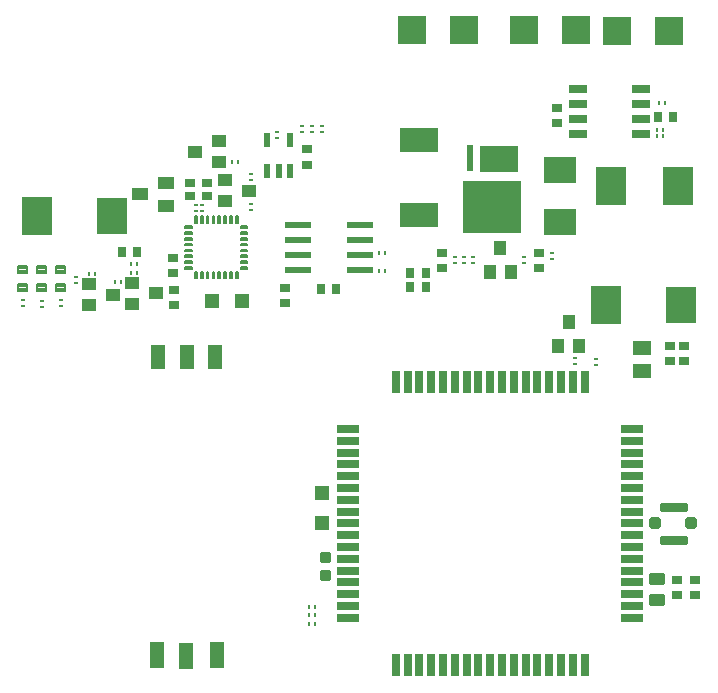
<source format=gtp>
G75*
%MOIN*%
%OFA0B0*%
%FSLAX24Y24*%
%IPPOS*%
%LPD*%
%AMOC8*
5,1,8,0,0,1.08239X$1,22.5*
%
%ADD10R,0.0260X0.0760*%
%ADD11R,0.0760X0.0260*%
%ADD12C,0.0088*%
%ADD13R,0.0110X0.0169*%
%ADD14R,0.0472X0.0866*%
%ADD15R,0.0472X0.0787*%
%ADD16R,0.0600X0.0250*%
%ADD17R,0.1000X0.1200*%
%ADD18R,0.1000X0.1250*%
%ADD19R,0.0984X0.1260*%
%ADD20R,0.0354X0.0276*%
%ADD21R,0.1080X0.0850*%
%ADD22C,0.0150*%
%ADD23C,0.0200*%
%ADD24R,0.0169X0.0110*%
%ADD25R,0.1300X0.0800*%
%ADD26R,0.0240X0.0870*%
%ADD27R,0.1260X0.0866*%
%ADD28R,0.1969X0.1772*%
%ADD29R,0.0945X0.0945*%
%ADD30R,0.0217X0.0472*%
%ADD31R,0.0276X0.0354*%
%ADD32R,0.0450X0.0400*%
%ADD33R,0.0400X0.0450*%
%ADD34R,0.0500X0.0500*%
%ADD35R,0.0138X0.0098*%
%ADD36C,0.0075*%
%ADD37C,0.0100*%
%ADD38R,0.0354X0.0315*%
%ADD39R,0.0870X0.0240*%
%ADD40C,0.0059*%
%ADD41R,0.0551X0.0394*%
%ADD42R,0.0591X0.0512*%
D10*
X013007Y000985D03*
X013401Y000985D03*
X013794Y000985D03*
X014188Y000985D03*
X014582Y000985D03*
X014976Y000985D03*
X015369Y000985D03*
X015763Y000985D03*
X016157Y000985D03*
X016550Y000985D03*
X016944Y000985D03*
X017338Y000985D03*
X017731Y000985D03*
X018125Y000985D03*
X018519Y000985D03*
X018913Y000985D03*
X019306Y000985D03*
X019306Y010433D03*
X018913Y010433D03*
X018519Y010433D03*
X018125Y010433D03*
X017731Y010433D03*
X017338Y010433D03*
X016944Y010433D03*
X016550Y010433D03*
X016157Y010433D03*
X015763Y010433D03*
X015369Y010433D03*
X014976Y010433D03*
X014582Y010433D03*
X014188Y010433D03*
X013794Y010433D03*
X013401Y010433D03*
X013007Y010433D03*
D11*
X011432Y008859D03*
X011432Y008465D03*
X011432Y008071D03*
X011432Y007678D03*
X011432Y007284D03*
X011432Y006890D03*
X011432Y006496D03*
X011432Y006103D03*
X011432Y005709D03*
X011432Y005315D03*
X011432Y004922D03*
X011432Y004528D03*
X011432Y004134D03*
X011432Y003741D03*
X011432Y003347D03*
X011432Y002953D03*
X011432Y002559D03*
X020881Y002559D03*
X020881Y002953D03*
X020881Y003347D03*
X020881Y003741D03*
X020881Y004134D03*
X020881Y004528D03*
X020881Y004922D03*
X020881Y005315D03*
X020881Y005709D03*
X020881Y006103D03*
X020881Y006496D03*
X020881Y006890D03*
X020881Y007284D03*
X020881Y007678D03*
X020881Y008071D03*
X020881Y008465D03*
X020881Y008859D03*
D12*
X010795Y004733D02*
X010795Y004471D01*
X010533Y004471D01*
X010533Y004733D01*
X010795Y004733D01*
X010795Y004558D02*
X010533Y004558D01*
X010533Y004645D02*
X010795Y004645D01*
X010795Y004732D02*
X010533Y004732D01*
X010795Y004133D02*
X010795Y003871D01*
X010533Y003871D01*
X010533Y004133D01*
X010795Y004133D01*
X010795Y003958D02*
X010533Y003958D01*
X010533Y004045D02*
X010795Y004045D01*
X010795Y004132D02*
X010533Y004132D01*
D13*
X010308Y002905D03*
X010107Y002905D03*
X010113Y002647D03*
X010313Y002647D03*
X010313Y002346D03*
X010113Y002346D03*
X003852Y013753D03*
X003652Y013753D03*
X004190Y014060D03*
X004391Y014060D03*
X004391Y014347D03*
X004191Y014347D03*
X002985Y014015D03*
X002785Y014015D03*
X007560Y017741D03*
X007761Y017741D03*
X012442Y014709D03*
X012643Y014709D03*
X012643Y014119D03*
X012442Y014119D03*
X021718Y018619D03*
X021919Y018619D03*
X021926Y018836D03*
X021726Y018836D03*
X021783Y019735D03*
X021984Y019735D03*
D14*
X005046Y001308D03*
X006011Y001293D03*
X007035Y001308D03*
D15*
X006968Y011257D03*
X006039Y011257D03*
X005078Y011249D03*
D16*
X019077Y018692D03*
X019077Y019192D03*
X019077Y019692D03*
X019077Y020192D03*
X021177Y020192D03*
X021177Y019692D03*
X021177Y019192D03*
X021177Y018692D03*
D17*
X022529Y012998D03*
X003556Y015969D03*
D18*
X001056Y015969D03*
X020029Y012998D03*
D19*
X020171Y016940D03*
X022415Y016940D03*
D20*
X018395Y019052D03*
X018395Y019564D03*
X017785Y014726D03*
X017785Y014214D03*
X014560Y014214D03*
X014560Y014726D03*
X010052Y017669D03*
X010052Y018181D03*
X005595Y014558D03*
X005595Y014046D03*
X005628Y013489D03*
X005628Y012977D03*
X009309Y013056D03*
X009309Y013567D03*
X022149Y011619D03*
X022621Y011619D03*
X022621Y011107D03*
X022149Y011107D03*
X022395Y003824D03*
X022395Y003313D03*
X022995Y003313D03*
X022995Y003824D03*
D21*
X018478Y015759D03*
X018478Y017499D03*
D22*
X021888Y006184D02*
X022638Y006184D01*
X021888Y006184D02*
X021888Y006334D01*
X022638Y006334D01*
X022638Y006184D01*
X022638Y006333D02*
X021888Y006333D01*
X021888Y005084D02*
X022638Y005084D01*
X021888Y005084D02*
X021888Y005234D01*
X022638Y005234D01*
X022638Y005084D01*
X022638Y005233D02*
X021888Y005233D01*
D23*
X021763Y005809D02*
X021563Y005809D01*
X021763Y005809D02*
X021763Y005609D01*
X021563Y005609D01*
X021563Y005809D01*
X021563Y005808D02*
X021763Y005808D01*
X022763Y005809D02*
X022963Y005809D01*
X022963Y005609D01*
X022763Y005609D01*
X022763Y005809D01*
X022763Y005808D02*
X022963Y005808D01*
D24*
X019673Y011002D03*
X019673Y011202D03*
X018975Y011207D03*
X018975Y011006D03*
X018217Y014506D03*
X018217Y014706D03*
X017295Y014577D03*
X017295Y014376D03*
X015568Y014389D03*
X015568Y014590D03*
X015285Y014593D03*
X015285Y014392D03*
X014998Y014403D03*
X014998Y014604D03*
X010553Y018765D03*
X010553Y018966D03*
X010219Y018966D03*
X010219Y018765D03*
X009888Y018765D03*
X009888Y018965D03*
X009037Y018769D03*
X009037Y018568D03*
X008172Y017369D03*
X008172Y017168D03*
X008172Y016345D03*
X008172Y016144D03*
X002362Y013910D03*
X002362Y013709D03*
X001837Y013163D03*
X001837Y012962D03*
X001200Y012931D03*
X001200Y013131D03*
X000586Y013151D03*
X000586Y012950D03*
D25*
X013774Y015973D03*
X013774Y018473D03*
D26*
X015477Y017873D03*
D27*
X016463Y017867D03*
D28*
X016227Y016252D03*
D29*
X015298Y022142D03*
X013566Y022142D03*
X017283Y022144D03*
X019016Y022144D03*
X020377Y022134D03*
X022109Y022134D03*
D30*
X009474Y018476D03*
X008726Y018476D03*
X008726Y017452D03*
X009100Y017452D03*
X009474Y017452D03*
D31*
X010515Y013528D03*
X011027Y013528D03*
X013498Y013585D03*
X013490Y014039D03*
X014002Y014039D03*
X014010Y013585D03*
X021741Y019258D03*
X022252Y019258D03*
X004397Y014742D03*
X003885Y014742D03*
D32*
X004201Y013727D03*
X003576Y013322D03*
X004201Y013027D03*
X005001Y013377D03*
X002776Y013672D03*
X002776Y012972D03*
X007300Y016446D03*
X007300Y017146D03*
X007116Y017745D03*
X007116Y018445D03*
X006316Y018095D03*
X008100Y016796D03*
D33*
X016141Y014092D03*
X016841Y014092D03*
X016491Y014892D03*
X018783Y012432D03*
X018433Y011632D03*
X019133Y011632D03*
D34*
X010539Y006719D03*
X010539Y005719D03*
X007882Y013131D03*
X006882Y013131D03*
D35*
X006551Y016121D03*
X006551Y016318D03*
X006345Y016316D03*
X006345Y016119D03*
D36*
X001699Y014288D02*
X001699Y014062D01*
X001699Y014288D02*
X001975Y014288D01*
X001975Y014062D01*
X001699Y014062D01*
X001699Y014136D02*
X001975Y014136D01*
X001975Y014210D02*
X001699Y014210D01*
X001699Y014284D02*
X001975Y014284D01*
X001699Y013688D02*
X001699Y013462D01*
X001699Y013688D02*
X001975Y013688D01*
X001975Y013462D01*
X001699Y013462D01*
X001699Y013536D02*
X001975Y013536D01*
X001975Y013610D02*
X001699Y013610D01*
X001699Y013684D02*
X001975Y013684D01*
X001062Y013688D02*
X001062Y013462D01*
X001062Y013688D02*
X001338Y013688D01*
X001338Y013462D01*
X001062Y013462D01*
X001062Y013536D02*
X001338Y013536D01*
X001338Y013610D02*
X001062Y013610D01*
X001062Y013684D02*
X001338Y013684D01*
X001062Y014062D02*
X001062Y014288D01*
X001338Y014288D01*
X001338Y014062D01*
X001062Y014062D01*
X001062Y014136D02*
X001338Y014136D01*
X001338Y014210D02*
X001062Y014210D01*
X001062Y014284D02*
X001338Y014284D01*
X000424Y014288D02*
X000424Y014062D01*
X000424Y014288D02*
X000700Y014288D01*
X000700Y014062D01*
X000424Y014062D01*
X000424Y014136D02*
X000700Y014136D01*
X000700Y014210D02*
X000424Y014210D01*
X000424Y014284D02*
X000700Y014284D01*
X000424Y013688D02*
X000424Y013462D01*
X000424Y013688D02*
X000700Y013688D01*
X000700Y013462D01*
X000424Y013462D01*
X000424Y013536D02*
X000700Y013536D01*
X000700Y013610D02*
X000424Y013610D01*
X000424Y013684D02*
X000700Y013684D01*
D37*
X021920Y004019D02*
X021920Y003719D01*
X021470Y003719D01*
X021470Y004019D01*
X021920Y004019D01*
X021920Y003818D02*
X021470Y003818D01*
X021470Y003917D02*
X021920Y003917D01*
X021920Y004016D02*
X021470Y004016D01*
X021920Y003319D02*
X021920Y003019D01*
X021470Y003019D01*
X021470Y003319D01*
X021920Y003319D01*
X021920Y003118D02*
X021470Y003118D01*
X021470Y003217D02*
X021920Y003217D01*
X021920Y003316D02*
X021470Y003316D01*
D38*
X006717Y016622D03*
X006717Y017055D03*
X006165Y017055D03*
X006165Y016622D03*
D39*
X009741Y015656D03*
X009741Y015156D03*
X009741Y014656D03*
X009741Y014156D03*
X011801Y014156D03*
X011801Y014656D03*
X011801Y015156D03*
X011801Y015656D03*
D40*
X007847Y015625D02*
X007847Y015565D01*
X007847Y015625D02*
X008065Y015625D01*
X008065Y015565D01*
X007847Y015565D01*
X007847Y015623D02*
X008065Y015623D01*
X007847Y015428D02*
X007847Y015368D01*
X007847Y015428D02*
X008065Y015428D01*
X008065Y015368D01*
X007847Y015368D01*
X007847Y015426D02*
X008065Y015426D01*
X007847Y015231D02*
X007847Y015171D01*
X007847Y015231D02*
X008065Y015231D01*
X008065Y015171D01*
X007847Y015171D01*
X007847Y015229D02*
X008065Y015229D01*
X007847Y015034D02*
X007847Y014974D01*
X007847Y015034D02*
X008065Y015034D01*
X008065Y014974D01*
X007847Y014974D01*
X007847Y015032D02*
X008065Y015032D01*
X007847Y014837D02*
X007847Y014777D01*
X007847Y014837D02*
X008065Y014837D01*
X008065Y014777D01*
X007847Y014777D01*
X007847Y014835D02*
X008065Y014835D01*
X007847Y014641D02*
X007847Y014581D01*
X007847Y014641D02*
X008065Y014641D01*
X008065Y014581D01*
X007847Y014581D01*
X007847Y014639D02*
X008065Y014639D01*
X007847Y014444D02*
X007847Y014384D01*
X007847Y014444D02*
X008065Y014444D01*
X008065Y014384D01*
X007847Y014384D01*
X007847Y014442D02*
X008065Y014442D01*
X007847Y014247D02*
X007847Y014187D01*
X007847Y014247D02*
X008065Y014247D01*
X008065Y014187D01*
X007847Y014187D01*
X007847Y014245D02*
X008065Y014245D01*
X007690Y014090D02*
X007690Y013872D01*
X007690Y014090D02*
X007750Y014090D01*
X007750Y013872D01*
X007690Y013872D01*
X007690Y013930D02*
X007750Y013930D01*
X007750Y013988D02*
X007690Y013988D01*
X007690Y014046D02*
X007750Y014046D01*
X007493Y014090D02*
X007493Y013872D01*
X007493Y014090D02*
X007553Y014090D01*
X007553Y013872D01*
X007493Y013872D01*
X007493Y013930D02*
X007553Y013930D01*
X007553Y013988D02*
X007493Y013988D01*
X007493Y014046D02*
X007553Y014046D01*
X007296Y014090D02*
X007296Y013872D01*
X007296Y014090D02*
X007356Y014090D01*
X007356Y013872D01*
X007296Y013872D01*
X007296Y013930D02*
X007356Y013930D01*
X007356Y013988D02*
X007296Y013988D01*
X007296Y014046D02*
X007356Y014046D01*
X007099Y014090D02*
X007099Y013872D01*
X007099Y014090D02*
X007159Y014090D01*
X007159Y013872D01*
X007099Y013872D01*
X007099Y013930D02*
X007159Y013930D01*
X007159Y013988D02*
X007099Y013988D01*
X007099Y014046D02*
X007159Y014046D01*
X006902Y014090D02*
X006902Y013872D01*
X006902Y014090D02*
X006962Y014090D01*
X006962Y013872D01*
X006902Y013872D01*
X006902Y013930D02*
X006962Y013930D01*
X006962Y013988D02*
X006902Y013988D01*
X006902Y014046D02*
X006962Y014046D01*
X006705Y014090D02*
X006705Y013872D01*
X006705Y014090D02*
X006765Y014090D01*
X006765Y013872D01*
X006705Y013872D01*
X006705Y013930D02*
X006765Y013930D01*
X006765Y013988D02*
X006705Y013988D01*
X006705Y014046D02*
X006765Y014046D01*
X006509Y014090D02*
X006509Y013872D01*
X006509Y014090D02*
X006569Y014090D01*
X006569Y013872D01*
X006509Y013872D01*
X006509Y013930D02*
X006569Y013930D01*
X006569Y013988D02*
X006509Y013988D01*
X006509Y014046D02*
X006569Y014046D01*
X006312Y014090D02*
X006312Y013872D01*
X006312Y014090D02*
X006372Y014090D01*
X006372Y013872D01*
X006312Y013872D01*
X006312Y013930D02*
X006372Y013930D01*
X006372Y013988D02*
X006312Y013988D01*
X006312Y014046D02*
X006372Y014046D01*
X005997Y014187D02*
X005997Y014247D01*
X006215Y014247D01*
X006215Y014187D01*
X005997Y014187D01*
X005997Y014245D02*
X006215Y014245D01*
X005997Y014384D02*
X005997Y014444D01*
X006215Y014444D01*
X006215Y014384D01*
X005997Y014384D01*
X005997Y014442D02*
X006215Y014442D01*
X005997Y014581D02*
X005997Y014641D01*
X006215Y014641D01*
X006215Y014581D01*
X005997Y014581D01*
X005997Y014639D02*
X006215Y014639D01*
X005997Y014777D02*
X005997Y014837D01*
X006215Y014837D01*
X006215Y014777D01*
X005997Y014777D01*
X005997Y014835D02*
X006215Y014835D01*
X005997Y014974D02*
X005997Y015034D01*
X006215Y015034D01*
X006215Y014974D01*
X005997Y014974D01*
X005997Y015032D02*
X006215Y015032D01*
X005997Y015171D02*
X005997Y015231D01*
X006215Y015231D01*
X006215Y015171D01*
X005997Y015171D01*
X005997Y015229D02*
X006215Y015229D01*
X005997Y015368D02*
X005997Y015428D01*
X006215Y015428D01*
X006215Y015368D01*
X005997Y015368D01*
X005997Y015426D02*
X006215Y015426D01*
X005997Y015565D02*
X005997Y015625D01*
X006215Y015625D01*
X006215Y015565D01*
X005997Y015565D01*
X005997Y015623D02*
X006215Y015623D01*
X006312Y015722D02*
X006312Y015940D01*
X006372Y015940D01*
X006372Y015722D01*
X006312Y015722D01*
X006312Y015780D02*
X006372Y015780D01*
X006372Y015838D02*
X006312Y015838D01*
X006312Y015896D02*
X006372Y015896D01*
X006509Y015940D02*
X006509Y015722D01*
X006509Y015940D02*
X006569Y015940D01*
X006569Y015722D01*
X006509Y015722D01*
X006509Y015780D02*
X006569Y015780D01*
X006569Y015838D02*
X006509Y015838D01*
X006509Y015896D02*
X006569Y015896D01*
X006705Y015940D02*
X006705Y015722D01*
X006705Y015940D02*
X006765Y015940D01*
X006765Y015722D01*
X006705Y015722D01*
X006705Y015780D02*
X006765Y015780D01*
X006765Y015838D02*
X006705Y015838D01*
X006705Y015896D02*
X006765Y015896D01*
X006902Y015940D02*
X006902Y015722D01*
X006902Y015940D02*
X006962Y015940D01*
X006962Y015722D01*
X006902Y015722D01*
X006902Y015780D02*
X006962Y015780D01*
X006962Y015838D02*
X006902Y015838D01*
X006902Y015896D02*
X006962Y015896D01*
X007099Y015940D02*
X007099Y015722D01*
X007099Y015940D02*
X007159Y015940D01*
X007159Y015722D01*
X007099Y015722D01*
X007099Y015780D02*
X007159Y015780D01*
X007159Y015838D02*
X007099Y015838D01*
X007099Y015896D02*
X007159Y015896D01*
X007296Y015940D02*
X007296Y015722D01*
X007296Y015940D02*
X007356Y015940D01*
X007356Y015722D01*
X007296Y015722D01*
X007296Y015780D02*
X007356Y015780D01*
X007356Y015838D02*
X007296Y015838D01*
X007296Y015896D02*
X007356Y015896D01*
X007493Y015940D02*
X007493Y015722D01*
X007493Y015940D02*
X007553Y015940D01*
X007553Y015722D01*
X007493Y015722D01*
X007493Y015780D02*
X007553Y015780D01*
X007553Y015838D02*
X007493Y015838D01*
X007493Y015896D02*
X007553Y015896D01*
X007690Y015940D02*
X007690Y015722D01*
X007690Y015940D02*
X007750Y015940D01*
X007750Y015722D01*
X007690Y015722D01*
X007690Y015780D02*
X007750Y015780D01*
X007750Y015838D02*
X007690Y015838D01*
X007690Y015896D02*
X007750Y015896D01*
D41*
X005338Y016304D03*
X005338Y017052D03*
X004472Y016678D03*
D42*
X021204Y011540D03*
X021204Y010792D03*
M02*

</source>
